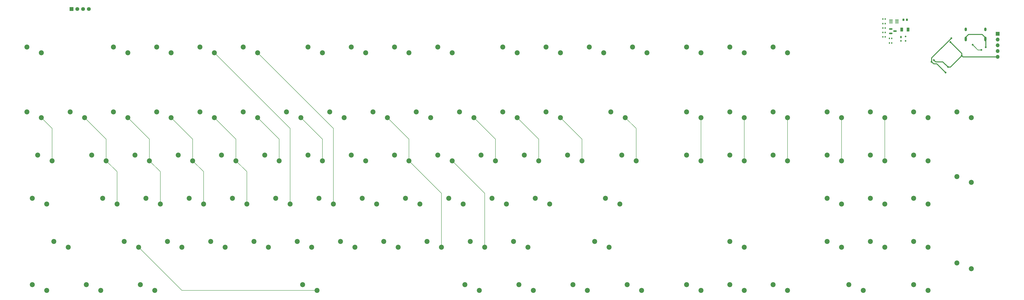
<source format=gbr>
%TF.GenerationSoftware,KiCad,Pcbnew,9.0.2*%
%TF.CreationDate,2025-06-28T16:46:26+02:00*%
%TF.ProjectId,modern-keyboard-template,6d6f6465-726e-42d6-9b65-79626f617264,rev?*%
%TF.SameCoordinates,Original*%
%TF.FileFunction,Copper,L1,Top*%
%TF.FilePolarity,Positive*%
%FSLAX46Y46*%
G04 Gerber Fmt 4.6, Leading zero omitted, Abs format (unit mm)*
G04 Created by KiCad (PCBNEW 9.0.2) date 2025-06-28 16:46:26*
%MOMM*%
%LPD*%
G01*
G04 APERTURE LIST*
G04 Aperture macros list*
%AMRoundRect*
0 Rectangle with rounded corners*
0 $1 Rounding radius*
0 $2 $3 $4 $5 $6 $7 $8 $9 X,Y pos of 4 corners*
0 Add a 4 corners polygon primitive as box body*
4,1,4,$2,$3,$4,$5,$6,$7,$8,$9,$2,$3,0*
0 Add four circle primitives for the rounded corners*
1,1,$1+$1,$2,$3*
1,1,$1+$1,$4,$5*
1,1,$1+$1,$6,$7*
1,1,$1+$1,$8,$9*
0 Add four rect primitives between the rounded corners*
20,1,$1+$1,$2,$3,$4,$5,0*
20,1,$1+$1,$4,$5,$6,$7,0*
20,1,$1+$1,$6,$7,$8,$9,0*
20,1,$1+$1,$8,$9,$2,$3,0*%
G04 Aperture macros list end*
%TA.AperFunction,ComponentPad*%
%ADD10R,1.700000X1.700000*%
%TD*%
%TA.AperFunction,ComponentPad*%
%ADD11O,1.700000X1.700000*%
%TD*%
%TA.AperFunction,ComponentPad*%
%ADD12O,1.000000X2.100000*%
%TD*%
%TA.AperFunction,ComponentPad*%
%ADD13O,1.000000X1.600000*%
%TD*%
%TA.AperFunction,SMDPad,CuDef*%
%ADD14RoundRect,0.250000X-0.375000X-0.625000X0.375000X-0.625000X0.375000X0.625000X-0.375000X0.625000X0*%
%TD*%
%TA.AperFunction,SMDPad,CuDef*%
%ADD15RoundRect,0.225000X-0.225000X-0.250000X0.225000X-0.250000X0.225000X0.250000X-0.225000X0.250000X0*%
%TD*%
%TA.AperFunction,SMDPad,CuDef*%
%ADD16RoundRect,0.140000X-0.140000X-0.170000X0.140000X-0.170000X0.140000X0.170000X-0.140000X0.170000X0*%
%TD*%
%TA.AperFunction,SMDPad,CuDef*%
%ADD17RoundRect,0.150000X-0.587500X-0.150000X0.587500X-0.150000X0.587500X0.150000X-0.587500X0.150000X0*%
%TD*%
%TA.AperFunction,SMDPad,CuDef*%
%ADD18RoundRect,0.135000X-0.135000X-0.185000X0.135000X-0.185000X0.135000X0.185000X-0.135000X0.185000X0*%
%TD*%
%TA.AperFunction,SMDPad,CuDef*%
%ADD19RoundRect,0.175000X-0.175000X-0.325000X0.175000X-0.325000X0.175000X0.325000X-0.175000X0.325000X0*%
%TD*%
%TA.AperFunction,SMDPad,CuDef*%
%ADD20RoundRect,0.150000X-0.200000X-0.150000X0.200000X-0.150000X0.200000X0.150000X-0.200000X0.150000X0*%
%TD*%
%TA.AperFunction,SMDPad,CuDef*%
%ADD21RoundRect,0.100000X-0.650000X-0.100000X0.650000X-0.100000X0.650000X0.100000X-0.650000X0.100000X0*%
%TD*%
%TA.AperFunction,ComponentPad*%
%ADD22C,2.200000*%
%TD*%
%TA.AperFunction,ComponentPad*%
%ADD23C,1.700000*%
%TD*%
%TA.AperFunction,ViaPad*%
%ADD24C,0.800000*%
%TD*%
%TA.AperFunction,Conductor*%
%ADD25C,0.400000*%
%TD*%
%TA.AperFunction,Conductor*%
%ADD26C,0.250000*%
%TD*%
%TA.AperFunction,Conductor*%
%ADD27C,0.200000*%
%TD*%
G04 APERTURE END LIST*
D10*
%TO.P,J2,1,Pin_1*%
%TO.N,GND*%
X459270000Y-29730000D03*
D11*
%TO.P,J2,2,Pin_2*%
%TO.N,SWCLK*%
X459270000Y-32270000D03*
%TO.P,J2,3,Pin_3*%
%TO.N,SWD*%
X459270000Y-34810000D03*
%TO.P,J2,4,Pin_4*%
%TO.N,NRST*%
X459270000Y-37350000D03*
%TO.P,J2,5,Pin_5*%
%TO.N,+3V3*%
X459270000Y-39890000D03*
%TD*%
D12*
%TO.P,J1,S1,SHIELD*%
%TO.N,GND*%
X453830000Y-31940000D03*
D13*
X453830000Y-27760000D03*
D12*
X445190000Y-31940000D03*
D13*
X445190000Y-27760000D03*
%TD*%
D14*
%TO.P,F1,1*%
%TO.N,VBUS*%
X416957500Y-27795000D03*
%TO.P,F1,2*%
%TO.N,+5V*%
X419757500Y-27795000D03*
%TD*%
D15*
%TO.P,C2,1*%
%TO.N,+3V3*%
X417722500Y-23475000D03*
%TO.P,C2,2*%
%TO.N,GND*%
X419272500Y-23475000D03*
%TD*%
D16*
%TO.P,C8,1*%
%TO.N,+5V*%
X408727500Y-23205000D03*
%TO.P,C8,2*%
%TO.N,GND*%
X409687500Y-23205000D03*
%TD*%
%TO.P,C9,1*%
%TO.N,+5V*%
X408727500Y-25175000D03*
%TO.P,C9,2*%
%TO.N,GND*%
X409687500Y-25175000D03*
%TD*%
%TO.P,C10,1*%
%TO.N,+3V3*%
X408727500Y-27145000D03*
%TO.P,C10,2*%
%TO.N,GND*%
X409687500Y-27145000D03*
%TD*%
%TO.P,C43,1*%
%TO.N,GND*%
X408727500Y-29115000D03*
%TO.P,C43,2*%
%TO.N,+3V3*%
X409687500Y-29115000D03*
%TD*%
%TO.P,C44,1*%
%TO.N,+5V*%
X408727500Y-31085000D03*
%TO.P,C44,2*%
%TO.N,GND*%
X409687500Y-31085000D03*
%TD*%
D17*
%TO.P,U3,1,GND*%
%TO.N,GND*%
X412160000Y-27590000D03*
%TO.P,U3,2,VO*%
%TO.N,+3V3*%
X412160000Y-29490000D03*
%TO.P,U3,3,VI*%
%TO.N,+5V*%
X414035000Y-28540000D03*
%TD*%
D18*
%TO.P,R1,1*%
%TO.N,GND*%
X411587500Y-31755000D03*
%TO.P,R1,2*%
%TO.N,Net-(J1-CC1)*%
X412607500Y-31755000D03*
%TD*%
%TO.P,R2,1*%
%TO.N,Net-(J1-CC2)*%
X411587500Y-33745000D03*
%TO.P,R2,2*%
%TO.N,GND*%
X412607500Y-33745000D03*
%TD*%
D19*
%TO.P,U2,1,GND*%
%TO.N,GND*%
X416677500Y-31100000D03*
D20*
%TO.P,U2,2,I/O1*%
%TO.N,D-*%
X416677500Y-32800000D03*
%TO.P,U2,3,I/O2*%
%TO.N,D+*%
X418677500Y-32800000D03*
%TO.P,U2,4,VCC*%
%TO.N,+5V*%
X418677500Y-30900000D03*
%TD*%
D21*
%TO.P,U5,1,VCCA*%
%TO.N,+3V3*%
X412237500Y-23570000D03*
%TO.P,U5,2,GND*%
%TO.N,GND*%
X412237500Y-24220000D03*
%TO.P,U5,3,A*%
%TO.N,RGB3.3*%
X412237500Y-24870000D03*
%TO.P,U5,4,B*%
%TO.N,RGB5v*%
X414897500Y-24870000D03*
%TO.P,U5,5,OE*%
%TO.N,+3V3*%
X414897500Y-24220000D03*
%TO.P,U5,6,VCCB*%
%TO.N,+5V*%
X414897500Y-23570000D03*
%TD*%
D22*
%TO.P,MX1,2,2*%
%TO.N,Net-(D1-A)*%
X31750000Y-35560000D03*
%TO.P,MX1,1,1*%
%TO.N,Row0*%
X38100000Y-38100000D03*
%TD*%
%TO.P,MX2,2,2*%
%TO.N,Net-(D2-A)*%
X69850000Y-35560000D03*
%TO.P,MX2,1,1*%
%TO.N,Net-(MX2-Pad1)*%
X76200000Y-38100000D03*
%TD*%
%TO.P,MX3,2,2*%
%TO.N,Net-(D3-A)*%
X88900000Y-35560000D03*
%TO.P,MX3,1,1*%
%TO.N,col1*%
X95250000Y-38100000D03*
%TD*%
%TO.P,MX4,2,2*%
%TO.N,Net-(D4-A)*%
X107950000Y-35560000D03*
%TO.P,MX4,1,1*%
%TO.N,col2*%
X114300000Y-38100000D03*
%TD*%
%TO.P,MX5,2,2*%
%TO.N,Net-(D5-A)*%
X127000000Y-35560000D03*
%TO.P,MX5,1,1*%
%TO.N,col3*%
X133350000Y-38100000D03*
%TD*%
%TO.P,MX6,2,2*%
%TO.N,Net-(D6-A)*%
X155575000Y-35560000D03*
%TO.P,MX6,1,1*%
%TO.N,col4*%
X161925000Y-38100000D03*
%TD*%
%TO.P,MX7,2,2*%
%TO.N,Net-(D7-A)*%
X174625000Y-35560000D03*
%TO.P,MX7,1,1*%
%TO.N,Net-(MX28-Pad1)*%
X180975000Y-38100000D03*
%TD*%
%TO.P,MX8,2,2*%
%TO.N,Net-(D8-A)*%
X193675000Y-35560000D03*
%TO.P,MX8,1,1*%
%TO.N,col5*%
X200025000Y-38100000D03*
%TD*%
%TO.P,MX9,2,2*%
%TO.N,Net-(D9-A)*%
X212725000Y-35560000D03*
%TO.P,MX9,1,1*%
%TO.N,col6*%
X219075000Y-38100000D03*
%TD*%
%TO.P,MX10,2,2*%
%TO.N,Net-(D10-A)*%
X241300000Y-35560000D03*
%TO.P,MX10,1,1*%
%TO.N,col7*%
X247650000Y-38100000D03*
%TD*%
%TO.P,MX11,2,2*%
%TO.N,Net-(D11-A)*%
X260350000Y-35560000D03*
%TO.P,MX11,1,1*%
%TO.N,col8*%
X266700000Y-38100000D03*
%TD*%
%TO.P,MX12,2,2*%
%TO.N,Net-(D12-A)*%
X279400000Y-35560000D03*
%TO.P,MX12,1,1*%
%TO.N,Net-(MX12-Pad1)*%
X285750000Y-38100000D03*
%TD*%
%TO.P,MX13,2,2*%
%TO.N,Net-(D13-A)*%
X298450000Y-35560000D03*
%TO.P,MX13,1,1*%
%TO.N,col9*%
X304800000Y-38100000D03*
%TD*%
%TO.P,MX14,2,2*%
%TO.N,Net-(D14-A)*%
X322262500Y-35560000D03*
%TO.P,MX14,1,1*%
%TO.N,col10*%
X328612500Y-38100000D03*
%TD*%
%TO.P,MX15,2,2*%
%TO.N,Net-(D15-A)*%
X341312500Y-35560000D03*
%TO.P,MX15,1,1*%
%TO.N,col11*%
X347662500Y-38100000D03*
%TD*%
%TO.P,MX16,2,2*%
%TO.N,Net-(D16-A)*%
X360362500Y-35560000D03*
%TO.P,MX16,1,1*%
%TO.N,col12*%
X366712500Y-38100000D03*
%TD*%
%TO.P,MX17,2,2*%
%TO.N,Net-(D17-A)*%
X31750000Y-64135000D03*
%TO.P,MX17,1,1*%
%TO.N,col13*%
X38100000Y-66675000D03*
%TD*%
%TO.P,MX18,2,2*%
%TO.N,Net-(D18-A)*%
X50800000Y-64135000D03*
%TO.P,MX18,1,1*%
%TO.N,col14*%
X57150000Y-66675000D03*
%TD*%
%TO.P,MX19,2,2*%
%TO.N,Net-(D19-A)*%
X69850000Y-64135000D03*
%TO.P,MX19,1,1*%
%TO.N,col15*%
X76200000Y-66675000D03*
%TD*%
%TO.P,MX20,2,2*%
%TO.N,Net-(D20-A)*%
X88900000Y-64135000D03*
%TO.P,MX20,1,1*%
%TO.N,col16*%
X95250000Y-66675000D03*
%TD*%
%TO.P,MX21,2,2*%
%TO.N,Net-(D21-A)*%
X107950000Y-64135000D03*
%TO.P,MX21,1,1*%
%TO.N,col17*%
X114300000Y-66675000D03*
%TD*%
%TO.P,MX22,2,2*%
%TO.N,Net-(D22-A)*%
X127000000Y-64135000D03*
%TO.P,MX22,1,1*%
%TO.N,Row0*%
X133350000Y-66675000D03*
%TD*%
%TO.P,MX23,2,2*%
%TO.N,Net-(D23-A)*%
X146050000Y-64135000D03*
%TO.P,MX23,1,1*%
%TO.N,Net-(MX2-Pad1)*%
X152400000Y-66675000D03*
%TD*%
%TO.P,MX24,2,2*%
%TO.N,Net-(D24-A)*%
X165100000Y-64135000D03*
%TO.P,MX24,1,1*%
%TO.N,col1*%
X171450000Y-66675000D03*
%TD*%
%TO.P,MX25,2,2*%
%TO.N,Net-(D25-A)*%
X184150000Y-64135000D03*
%TO.P,MX25,1,1*%
%TO.N,col2*%
X190500000Y-66675000D03*
%TD*%
%TO.P,MX26,2,2*%
%TO.N,Net-(D26-A)*%
X203200000Y-64135000D03*
%TO.P,MX26,1,1*%
%TO.N,col3*%
X209550000Y-66675000D03*
%TD*%
%TO.P,MX27,2,2*%
%TO.N,Net-(D27-A)*%
X222250000Y-64135000D03*
%TO.P,MX27,1,1*%
%TO.N,col4*%
X228600000Y-66675000D03*
%TD*%
%TO.P,MX28,2,2*%
%TO.N,Net-(D28-A)*%
X241300000Y-64135000D03*
%TO.P,MX28,1,1*%
%TO.N,Net-(MX28-Pad1)*%
X247650000Y-66675000D03*
%TD*%
%TO.P,MX29,2,2*%
%TO.N,Net-(D29-A)*%
X260350000Y-64135000D03*
%TO.P,MX29,1,1*%
%TO.N,col5*%
X266700000Y-66675000D03*
%TD*%
%TO.P,MX30,2,2*%
%TO.N,Net-(D30-A)*%
X288925000Y-64135000D03*
%TO.P,MX30,1,1*%
%TO.N,col6*%
X295275000Y-66675000D03*
%TD*%
%TO.P,MX31,2,2*%
%TO.N,Net-(D31-A)*%
X322262500Y-64135000D03*
%TO.P,MX31,1,1*%
%TO.N,col7*%
X328612500Y-66675000D03*
%TD*%
%TO.P,MX32,2,2*%
%TO.N,Net-(D32-A)*%
X341312500Y-64135000D03*
%TO.P,MX32,1,1*%
%TO.N,col8*%
X347662500Y-66675000D03*
%TD*%
%TO.P,MX33,2,2*%
%TO.N,Net-(D33-A)*%
X360362500Y-64135000D03*
%TO.P,MX33,1,1*%
%TO.N,Net-(MX12-Pad1)*%
X366712500Y-66675000D03*
%TD*%
%TO.P,MX34,2,2*%
%TO.N,Net-(D34-A)*%
X384175000Y-64135000D03*
%TO.P,MX34,1,1*%
%TO.N,col9*%
X390525000Y-66675000D03*
%TD*%
%TO.P,MX35,2,2*%
%TO.N,Net-(D35-A)*%
X403225000Y-64135000D03*
%TO.P,MX35,1,1*%
%TO.N,col10*%
X409575000Y-66675000D03*
%TD*%
%TO.P,MX36,2,2*%
%TO.N,Net-(D36-A)*%
X422275000Y-64135000D03*
%TO.P,MX36,1,1*%
%TO.N,col11*%
X428625000Y-66675000D03*
%TD*%
%TO.P,MX37,1,1*%
%TO.N,col12*%
X447675000Y-66675000D03*
%TO.P,MX37,2,2*%
%TO.N,Net-(D37-A)*%
X441325000Y-64135000D03*
%TD*%
%TO.P,MX38,2,2*%
%TO.N,Net-(D38-A)*%
X36512500Y-83185000D03*
%TO.P,MX38,1,1*%
%TO.N,col13*%
X42862500Y-85725000D03*
%TD*%
%TO.P,MX39,2,2*%
%TO.N,Net-(D39-A)*%
X60325000Y-83185000D03*
%TO.P,MX39,1,1*%
%TO.N,col14*%
X66675000Y-85725000D03*
%TD*%
%TO.P,MX40,2,2*%
%TO.N,Net-(D40-A)*%
X79375000Y-83185000D03*
%TO.P,MX40,1,1*%
%TO.N,col15*%
X85725000Y-85725000D03*
%TD*%
%TO.P,MX41,2,2*%
%TO.N,Net-(D41-A)*%
X98425000Y-83185000D03*
%TO.P,MX41,1,1*%
%TO.N,col16*%
X104775000Y-85725000D03*
%TD*%
%TO.P,MX42,2,2*%
%TO.N,Net-(D42-A)*%
X117475000Y-83185000D03*
%TO.P,MX42,1,1*%
%TO.N,col17*%
X123825000Y-85725000D03*
%TD*%
%TO.P,MX43,2,2*%
%TO.N,Net-(D43-A)*%
X136525000Y-83185000D03*
%TO.P,MX43,1,1*%
%TO.N,Row0*%
X142875000Y-85725000D03*
%TD*%
%TO.P,MX44,2,2*%
%TO.N,Net-(D44-A)*%
X155575000Y-83185000D03*
%TO.P,MX44,1,1*%
%TO.N,Net-(MX2-Pad1)*%
X161925000Y-85725000D03*
%TD*%
%TO.P,MX45,2,2*%
%TO.N,Net-(D45-A)*%
X174625000Y-83185000D03*
%TO.P,MX45,1,1*%
%TO.N,col1*%
X180975000Y-85725000D03*
%TD*%
%TO.P,MX46,2,2*%
%TO.N,Net-(D46-A)*%
X193675000Y-83185000D03*
%TO.P,MX46,1,1*%
%TO.N,col2*%
X200025000Y-85725000D03*
%TD*%
%TO.P,MX47,2,2*%
%TO.N,Net-(D47-A)*%
X212725000Y-83185000D03*
%TO.P,MX47,1,1*%
%TO.N,col3*%
X219075000Y-85725000D03*
%TD*%
%TO.P,MX48,2,2*%
%TO.N,Net-(D48-A)*%
X231775000Y-83185000D03*
%TO.P,MX48,1,1*%
%TO.N,col4*%
X238125000Y-85725000D03*
%TD*%
%TO.P,MX49,2,2*%
%TO.N,Net-(D49-A)*%
X250825000Y-83185000D03*
%TO.P,MX49,1,1*%
%TO.N,Net-(MX28-Pad1)*%
X257175000Y-85725000D03*
%TD*%
%TO.P,MX50,2,2*%
%TO.N,Net-(D50-A)*%
X269875000Y-83185000D03*
%TO.P,MX50,1,1*%
%TO.N,col5*%
X276225000Y-85725000D03*
%TD*%
%TO.P,MX51,2,2*%
%TO.N,Net-(D51-A)*%
X293687500Y-83185000D03*
%TO.P,MX51,1,1*%
%TO.N,col6*%
X300037500Y-85725000D03*
%TD*%
%TO.P,MX52,2,2*%
%TO.N,Net-(D52-A)*%
X322262500Y-83185000D03*
%TO.P,MX52,1,1*%
%TO.N,col7*%
X328612500Y-85725000D03*
%TD*%
%TO.P,MX53,2,2*%
%TO.N,Net-(D53-A)*%
X341312500Y-83185000D03*
%TO.P,MX53,1,1*%
%TO.N,col8*%
X347662500Y-85725000D03*
%TD*%
%TO.P,MX54,2,2*%
%TO.N,Net-(D54-A)*%
X360362500Y-83185000D03*
%TO.P,MX54,1,1*%
%TO.N,Net-(MX12-Pad1)*%
X366712500Y-85725000D03*
%TD*%
%TO.P,MX55,2,2*%
%TO.N,Net-(D55-A)*%
X384175000Y-83185000D03*
%TO.P,MX55,1,1*%
%TO.N,col9*%
X390525000Y-85725000D03*
%TD*%
%TO.P,MX56,2,2*%
%TO.N,Net-(D56-A)*%
X403225000Y-83185000D03*
%TO.P,MX56,1,1*%
%TO.N,col10*%
X409575000Y-85725000D03*
%TD*%
%TO.P,MX57,2,2*%
%TO.N,Net-(D57-A)*%
X422275000Y-83185000D03*
%TO.P,MX57,1,1*%
%TO.N,Row0*%
X428625000Y-85725000D03*
%TD*%
%TO.P,MX58,2,2*%
%TO.N,Net-(D58-A)*%
X441325000Y-92710000D03*
%TO.P,MX58,1,1*%
%TO.N,Net-(MX2-Pad1)*%
X447675000Y-95250000D03*
%TD*%
%TO.P,MX59,2,2*%
%TO.N,Net-(D59-A)*%
X34131250Y-102235000D03*
%TO.P,MX59,1,1*%
%TO.N,col1*%
X40481250Y-104775000D03*
%TD*%
%TO.P,MX60,2,2*%
%TO.N,Net-(D60-A)*%
X65087500Y-102235000D03*
%TO.P,MX60,1,1*%
%TO.N,col14*%
X71437500Y-104775000D03*
%TD*%
%TO.P,MX61,2,2*%
%TO.N,Net-(D61-A)*%
X84137500Y-102235000D03*
%TO.P,MX61,1,1*%
%TO.N,col15*%
X90487500Y-104775000D03*
%TD*%
%TO.P,MX62,2,2*%
%TO.N,Net-(D62-A)*%
X103187500Y-102235000D03*
%TO.P,MX62,1,1*%
%TO.N,col16*%
X109537500Y-104775000D03*
%TD*%
%TO.P,MX63,2,2*%
%TO.N,Net-(D63-A)*%
X122237500Y-102235000D03*
%TO.P,MX63,1,1*%
%TO.N,col17*%
X128587500Y-104775000D03*
%TD*%
%TO.P,MX64,2,2*%
%TO.N,Net-(D64-A)*%
X141287500Y-102235000D03*
%TO.P,MX64,1,1*%
%TO.N,col2*%
X147637500Y-104775000D03*
%TD*%
%TO.P,MX65,2,2*%
%TO.N,Net-(D65-A)*%
X160337500Y-102235000D03*
%TO.P,MX65,1,1*%
%TO.N,col3*%
X166687500Y-104775000D03*
%TD*%
%TO.P,MX66,2,2*%
%TO.N,Net-(D66-A)*%
X179387500Y-102235000D03*
%TO.P,MX66,1,1*%
%TO.N,col4*%
X185737500Y-104775000D03*
%TD*%
%TO.P,MX67,2,2*%
%TO.N,Net-(D67-A)*%
X198437500Y-102235000D03*
%TO.P,MX67,1,1*%
%TO.N,Net-(MX28-Pad1)*%
X204787500Y-104775000D03*
%TD*%
%TO.P,MX68,2,2*%
%TO.N,Net-(D68-A)*%
X217487500Y-102235000D03*
%TO.P,MX68,1,1*%
%TO.N,col5*%
X223837500Y-104775000D03*
%TD*%
%TO.P,MX69,2,2*%
%TO.N,Net-(D69-A)*%
X236537500Y-102235000D03*
%TO.P,MX69,1,1*%
%TO.N,col6*%
X242887500Y-104775000D03*
%TD*%
%TO.P,MX70,2,2*%
%TO.N,Net-(D70-A)*%
X255587500Y-102235000D03*
%TO.P,MX70,1,1*%
%TO.N,col7*%
X261937500Y-104775000D03*
%TD*%
%TO.P,MX71,2,2*%
%TO.N,Net-(D71-A)*%
X286543750Y-102235000D03*
%TO.P,MX71,1,1*%
%TO.N,col8*%
X292893750Y-104775000D03*
%TD*%
%TO.P,MX72,2,2*%
%TO.N,Net-(D72-A)*%
X384175000Y-102235000D03*
%TO.P,MX72,1,1*%
%TO.N,Net-(MX12-Pad1)*%
X390525000Y-104775000D03*
%TD*%
%TO.P,MX73,2,2*%
%TO.N,Net-(D73-A)*%
X403225000Y-102235000D03*
%TO.P,MX73,1,1*%
%TO.N,col9*%
X409575000Y-104775000D03*
%TD*%
%TO.P,MX74,2,2*%
%TO.N,Net-(D74-A)*%
X422275000Y-102235000D03*
%TO.P,MX74,1,1*%
%TO.N,col10*%
X428625000Y-104775000D03*
%TD*%
%TO.P,MX75,2,2*%
%TO.N,Net-(D75-A)*%
X43656250Y-121285000D03*
%TO.P,MX75,1,1*%
%TO.N,Row0*%
X50006250Y-123825000D03*
%TD*%
%TO.P,MX76,2,2*%
%TO.N,Net-(D76-A)*%
X74612500Y-121285000D03*
%TO.P,MX76,1,1*%
%TO.N,col12*%
X80962500Y-123825000D03*
%TD*%
%TO.P,MX77,2,2*%
%TO.N,Net-(D77-A)*%
X93662500Y-121285000D03*
%TO.P,MX77,1,1*%
%TO.N,Net-(MX2-Pad1)*%
X100012500Y-123825000D03*
%TD*%
%TO.P,MX78,2,2*%
%TO.N,Net-(D78-A)*%
X112712500Y-121285000D03*
%TO.P,MX78,1,1*%
%TO.N,col14*%
X119062500Y-123825000D03*
%TD*%
%TO.P,MX79,2,2*%
%TO.N,Net-(D79-A)*%
X131762500Y-121285000D03*
%TO.P,MX79,1,1*%
%TO.N,col15*%
X138112500Y-123825000D03*
%TD*%
%TO.P,MX80,2,2*%
%TO.N,Net-(D80-A)*%
X150812500Y-121285000D03*
%TO.P,MX80,1,1*%
%TO.N,col16*%
X157162500Y-123825000D03*
%TD*%
%TO.P,MX81,2,2*%
%TO.N,Net-(D81-A)*%
X169862500Y-121285000D03*
%TO.P,MX81,1,1*%
%TO.N,col17*%
X176212500Y-123825000D03*
%TD*%
%TO.P,MX82,2,2*%
%TO.N,Net-(D82-A)*%
X188912500Y-121285000D03*
%TO.P,MX82,1,1*%
%TO.N,col1*%
X195262500Y-123825000D03*
%TD*%
%TO.P,MX83,2,2*%
%TO.N,Net-(D83-A)*%
X207962500Y-121285000D03*
%TO.P,MX83,1,1*%
%TO.N,col2*%
X214312500Y-123825000D03*
%TD*%
%TO.P,MX84,2,2*%
%TO.N,Net-(D84-A)*%
X227012500Y-121285000D03*
%TO.P,MX84,1,1*%
%TO.N,col3*%
X233362500Y-123825000D03*
%TD*%
%TO.P,MX85,2,2*%
%TO.N,Net-(D85-A)*%
X246062500Y-121285000D03*
%TO.P,MX85,1,1*%
%TO.N,col4*%
X252412500Y-123825000D03*
%TD*%
%TO.P,MX86,2,2*%
%TO.N,Net-(D86-A)*%
X281781250Y-121285000D03*
%TO.P,MX86,1,1*%
%TO.N,Net-(MX28-Pad1)*%
X288131250Y-123825000D03*
%TD*%
%TO.P,MX87,2,2*%
%TO.N,Net-(D87-A)*%
X341312500Y-121285000D03*
%TO.P,MX87,1,1*%
%TO.N,col5*%
X347662500Y-123825000D03*
%TD*%
%TO.P,MX88,2,2*%
%TO.N,Net-(D88-A)*%
X384175000Y-121285000D03*
%TO.P,MX88,1,1*%
%TO.N,col6*%
X390525000Y-123825000D03*
%TD*%
%TO.P,MX89,2,2*%
%TO.N,Net-(D89-A)*%
X403225000Y-121285000D03*
%TO.P,MX89,1,1*%
%TO.N,col7*%
X409575000Y-123825000D03*
%TD*%
%TO.P,MX90,2,2*%
%TO.N,Net-(D90-A)*%
X422275000Y-121285000D03*
%TO.P,MX90,1,1*%
%TO.N,col8*%
X428625000Y-123825000D03*
%TD*%
%TO.P,MX91,2,2*%
%TO.N,Net-(D91-A)*%
X441325000Y-130810000D03*
%TO.P,MX91,1,1*%
%TO.N,Net-(MX12-Pad1)*%
X447675000Y-133350000D03*
%TD*%
%TO.P,MX92,2,2*%
%TO.N,Net-(D92-A)*%
X34131250Y-140335000D03*
%TO.P,MX92,1,1*%
%TO.N,col9*%
X40481250Y-142875000D03*
%TD*%
%TO.P,MX93,2,2*%
%TO.N,Net-(D93-A)*%
X57943750Y-140335000D03*
%TO.P,MX93,1,1*%
%TO.N,col10*%
X64293750Y-142875000D03*
%TD*%
%TO.P,MX94,2,2*%
%TO.N,Net-(D94-A)*%
X81756250Y-140335000D03*
%TO.P,MX94,1,1*%
%TO.N,col11*%
X88106250Y-142875000D03*
%TD*%
%TO.P,MX95,2,2*%
%TO.N,Net-(D95-A)*%
X153193750Y-140335000D03*
%TO.P,MX95,1,1*%
%TO.N,col12*%
X159543750Y-142875000D03*
%TD*%
%TO.P,MX96,2,2*%
%TO.N,Net-(D96-A)*%
X224631250Y-140335000D03*
%TO.P,MX96,1,1*%
%TO.N,col13*%
X230981250Y-142875000D03*
%TD*%
%TO.P,MX97,2,2*%
%TO.N,Net-(D97-A)*%
X248443750Y-140335000D03*
%TO.P,MX97,1,1*%
%TO.N,col14*%
X254793750Y-142875000D03*
%TD*%
%TO.P,MX98,2,2*%
%TO.N,Net-(D98-A)*%
X272256250Y-140335000D03*
%TO.P,MX98,1,1*%
%TO.N,col15*%
X278606250Y-142875000D03*
%TD*%
%TO.P,MX99,2,2*%
%TO.N,Net-(D99-A)*%
X296068750Y-140335000D03*
%TO.P,MX99,1,1*%
%TO.N,col16*%
X302418750Y-142875000D03*
%TD*%
%TO.P,MX100,2,2*%
%TO.N,Net-(D100-A)*%
X322262500Y-140335000D03*
%TO.P,MX100,1,1*%
%TO.N,col17*%
X328612500Y-142875000D03*
%TD*%
%TO.P,MX101,1,1*%
%TO.N,Row0*%
X347662500Y-142875000D03*
%TO.P,MX101,2,2*%
%TO.N,Net-(D101-A)*%
X341312500Y-140335000D03*
%TD*%
%TO.P,MX102,1,1*%
%TO.N,col1*%
X366712500Y-142875000D03*
%TO.P,MX102,2,2*%
%TO.N,Net-(D103-A)*%
X360362500Y-140335000D03*
%TD*%
%TO.P,MX103,1,1*%
%TO.N,col2*%
X400050000Y-142875000D03*
%TO.P,MX103,2,2*%
%TO.N,Net-(D104-A)*%
X393700000Y-140335000D03*
%TD*%
%TO.P,MX104,1,1*%
%TO.N,col3*%
X428625000Y-142875000D03*
%TO.P,MX104,2,2*%
%TO.N,Net-(D105-A)*%
X422275000Y-140335000D03*
%TD*%
D10*
%TO.P,J3,1,Pin_1*%
%TO.N,GND*%
X51450000Y-18770000D03*
D23*
%TO.P,J3,2,Pin_2*%
%TO.N,+5V*%
X53990000Y-18770000D03*
%TO.P,J3,3,Pin_3*%
%TO.N,SCL*%
X56530000Y-18770000D03*
%TO.P,J3,4,Pin_4*%
%TO.N,SDA*%
X59070000Y-18770000D03*
%TD*%
D24*
%TO.N,Net-(J1-CC1)*%
X448260000Y-34560000D03*
%TO.N,GND*%
X438803883Y-31605646D03*
X454010000Y-35607500D03*
X430155967Y-42021329D03*
%TO.N,Net-(J1-CC1)*%
X452010000Y-36817500D03*
%TO.N,+3V3*%
X431167130Y-41293009D03*
X438450330Y-33373413D03*
X443400077Y-39383820D03*
X437389670Y-44333568D03*
%TO.N,GND*%
X436329010Y-46808442D03*
%TD*%
D25*
%TO.N,+3V3*%
X438450330Y-44333568D02*
X437389670Y-44333568D01*
X443400077Y-38323160D02*
X442869747Y-37792830D01*
X438450330Y-33373413D02*
X442869747Y-37792830D01*
X443400077Y-39383820D02*
X443400077Y-38323160D01*
X443906257Y-39890000D02*
X459270000Y-39890000D01*
X435072590Y-42016488D02*
X437389670Y-44333568D01*
X443400077Y-39383820D02*
X443906257Y-39890000D01*
X443400077Y-39383820D02*
X438450330Y-44333568D01*
X431167130Y-41293009D02*
X431890609Y-42016488D01*
X431890609Y-42016488D02*
X435072590Y-42016488D01*
%TO.N,GND*%
X432420939Y-42900371D02*
X436329010Y-46808442D01*
X431035010Y-42900371D02*
X432420939Y-42900371D01*
X430155967Y-40253562D02*
X438803883Y-31605646D01*
X430155967Y-42021329D02*
X431035010Y-42900371D01*
X453830000Y-31390000D02*
X452360000Y-29920000D01*
X446400000Y-29920000D02*
X445190000Y-31130000D01*
X453830000Y-31940000D02*
X454010000Y-32120000D01*
X452360000Y-29920000D02*
X446400000Y-29920000D01*
X430155967Y-42021329D02*
X430155967Y-40253562D01*
X454010000Y-32120000D02*
X454010000Y-35607500D01*
X445190000Y-31130000D02*
X445190000Y-31940000D01*
X453830000Y-31940000D02*
X453830000Y-31390000D01*
D26*
%TO.N,Net-(J1-CC1)*%
X450510000Y-36817500D02*
X452010000Y-36817500D01*
X449780000Y-36087500D02*
X449780000Y-36080000D01*
X449780000Y-36087500D02*
X450510000Y-36817500D01*
X449780000Y-36080000D02*
X448260000Y-34560000D01*
D27*
%TO.N,Net-(MX28-Pad1)*%
X257175000Y-76200000D02*
X247650000Y-66675000D01*
X257175000Y-85725000D02*
X257175000Y-76200000D01*
%TO.N,col5*%
X276225000Y-76200000D02*
X266700000Y-66675000D01*
X276225000Y-85725000D02*
X276225000Y-76200000D01*
%TO.N,col17*%
X128587500Y-90487500D02*
X128587500Y-104775000D01*
X123825000Y-85725000D02*
X128587500Y-90487500D01*
X123825000Y-76200000D02*
X123825000Y-85725000D01*
X114300000Y-66675000D02*
X123825000Y-76200000D01*
%TO.N,col9*%
X390525000Y-66675000D02*
X390525000Y-85725000D01*
%TO.N,col16*%
X109537500Y-90487500D02*
X109537500Y-104775000D01*
X104775000Y-85725000D02*
X109537500Y-90487500D01*
X104775000Y-76200000D02*
X104775000Y-85725000D01*
X95250000Y-66675000D02*
X104775000Y-76200000D01*
%TO.N,col4*%
X238125000Y-76200000D02*
X228600000Y-66675000D01*
X238125000Y-85725000D02*
X238125000Y-76200000D01*
%TO.N,col2*%
X214312500Y-100012500D02*
X214312500Y-123825000D01*
X200025000Y-85725000D02*
X214312500Y-100012500D01*
X200025000Y-76200000D02*
X190500000Y-66675000D01*
X200025000Y-85725000D02*
X200025000Y-76200000D01*
X147637500Y-71437500D02*
X147637500Y-104775000D01*
X114300000Y-38100000D02*
X147637500Y-71437500D01*
%TO.N,col14*%
X71437500Y-90487500D02*
X71437500Y-104775000D01*
X66675000Y-85725000D02*
X71437500Y-90487500D01*
X66675000Y-76200000D02*
X66675000Y-85725000D01*
X57150000Y-66675000D02*
X66675000Y-76200000D01*
%TO.N,Row0*%
X142875000Y-76200000D02*
X142875000Y-85725000D01*
X133350000Y-66675000D02*
X142875000Y-76200000D01*
%TO.N,col7*%
X328612500Y-85725000D02*
X328612500Y-66675000D01*
%TO.N,col13*%
X42862500Y-71437500D02*
X42862500Y-85725000D01*
X38100000Y-66675000D02*
X42862500Y-71437500D01*
%TO.N,col10*%
X409575000Y-66675000D02*
X409575000Y-85725000D01*
%TO.N,col8*%
X347662500Y-85725000D02*
X347662500Y-66675000D01*
%TO.N,Net-(MX12-Pad1)*%
X366712500Y-66675000D02*
X366712500Y-85725000D01*
%TO.N,Net-(MX2-Pad1)*%
X161925000Y-76200000D02*
X161925000Y-85725000D01*
X152400000Y-66675000D02*
X161925000Y-76200000D01*
%TO.N,col12*%
X100012500Y-142875000D02*
X159543750Y-142875000D01*
X80962500Y-123825000D02*
X100012500Y-142875000D01*
%TO.N,col3*%
X233362500Y-100012500D02*
X233362500Y-123825000D01*
X219075000Y-85725000D02*
X233362500Y-100012500D01*
X166687500Y-71437500D02*
X166687500Y-104775000D01*
X133350000Y-38100000D02*
X166687500Y-71437500D01*
%TO.N,col15*%
X90487500Y-90487500D02*
X90487500Y-104775000D01*
X85725000Y-85725000D02*
X90487500Y-90487500D01*
X85725000Y-76200000D02*
X85725000Y-85725000D01*
X76200000Y-66675000D02*
X85725000Y-76200000D01*
%TO.N,col6*%
X300037500Y-71437500D02*
X295275000Y-66675000D01*
X300037500Y-85725000D02*
X300037500Y-71437500D01*
%TO.N,Net-(MX28-Pad1)*%
X257175000Y-76200000D02*
X247650000Y-66675000D01*
X257175000Y-85725000D02*
X257175000Y-76200000D01*
%TO.N,col5*%
X276225000Y-76200000D02*
X266700000Y-66675000D01*
X276225000Y-85725000D02*
X276225000Y-76200000D01*
%TO.N,col17*%
X128587500Y-90487500D02*
X128587500Y-104775000D01*
X123825000Y-85725000D02*
X128587500Y-90487500D01*
X123825000Y-76200000D02*
X123825000Y-85725000D01*
X114300000Y-66675000D02*
X123825000Y-76200000D01*
%TO.N,col9*%
X390525000Y-66675000D02*
X390525000Y-85725000D01*
%TO.N,col16*%
X109537500Y-90487500D02*
X109537500Y-104775000D01*
X104775000Y-85725000D02*
X109537500Y-90487500D01*
X104775000Y-76200000D02*
X104775000Y-85725000D01*
X95250000Y-66675000D02*
X104775000Y-76200000D01*
%TO.N,col4*%
X238125000Y-76200000D02*
X228600000Y-66675000D01*
X238125000Y-85725000D02*
X238125000Y-76200000D01*
%TO.N,col2*%
X214312500Y-100012500D02*
X214312500Y-123825000D01*
X200025000Y-85725000D02*
X214312500Y-100012500D01*
X200025000Y-76200000D02*
X190500000Y-66675000D01*
X200025000Y-85725000D02*
X200025000Y-76200000D01*
X147637500Y-71437500D02*
X147637500Y-104775000D01*
X114300000Y-38100000D02*
X147637500Y-71437500D01*
%TO.N,col14*%
X71437500Y-90487500D02*
X71437500Y-104775000D01*
X66675000Y-85725000D02*
X71437500Y-90487500D01*
X66675000Y-76200000D02*
X66675000Y-85725000D01*
X57150000Y-66675000D02*
X66675000Y-76200000D01*
%TO.N,Row0*%
X142875000Y-76200000D02*
X142875000Y-85725000D01*
X133350000Y-66675000D02*
X142875000Y-76200000D01*
%TO.N,col7*%
X328612500Y-85725000D02*
X328612500Y-66675000D01*
%TO.N,col13*%
X42862500Y-71437500D02*
X42862500Y-85725000D01*
X38100000Y-66675000D02*
X42862500Y-71437500D01*
%TO.N,col10*%
X409575000Y-66675000D02*
X409575000Y-85725000D01*
%TO.N,col8*%
X347662500Y-85725000D02*
X347662500Y-66675000D01*
%TO.N,Net-(MX12-Pad1)*%
X366712500Y-66675000D02*
X366712500Y-85725000D01*
%TO.N,Net-(MX2-Pad1)*%
X161925000Y-76200000D02*
X161925000Y-85725000D01*
X152400000Y-66675000D02*
X161925000Y-76200000D01*
%TO.N,col12*%
X100012500Y-142875000D02*
X159543750Y-142875000D01*
X80962500Y-123825000D02*
X100012500Y-142875000D01*
%TO.N,col3*%
X233362500Y-100012500D02*
X233362500Y-123825000D01*
X219075000Y-85725000D02*
X233362500Y-100012500D01*
X166687500Y-71437500D02*
X166687500Y-104775000D01*
X133350000Y-38100000D02*
X166687500Y-71437500D01*
%TO.N,col15*%
X90487500Y-90487500D02*
X90487500Y-104775000D01*
X85725000Y-85725000D02*
X90487500Y-90487500D01*
X85725000Y-76200000D02*
X85725000Y-85725000D01*
X76200000Y-66675000D02*
X85725000Y-76200000D01*
%TO.N,col6*%
X300037500Y-71437500D02*
X295275000Y-66675000D01*
X300037500Y-85725000D02*
X300037500Y-71437500D01*
%TO.N,Net-(MX28-Pad1)*%
X257175000Y-76200000D02*
X247650000Y-66675000D01*
X257175000Y-85725000D02*
X257175000Y-76200000D01*
%TO.N,col5*%
X276225000Y-76200000D02*
X266700000Y-66675000D01*
X276225000Y-85725000D02*
X276225000Y-76200000D01*
%TO.N,col17*%
X128587500Y-90487500D02*
X128587500Y-104775000D01*
X123825000Y-85725000D02*
X128587500Y-90487500D01*
X123825000Y-76200000D02*
X123825000Y-85725000D01*
X114300000Y-66675000D02*
X123825000Y-76200000D01*
%TO.N,col9*%
X390525000Y-66675000D02*
X390525000Y-85725000D01*
%TO.N,col16*%
X109537500Y-90487500D02*
X109537500Y-104775000D01*
X104775000Y-85725000D02*
X109537500Y-90487500D01*
X104775000Y-76200000D02*
X104775000Y-85725000D01*
X95250000Y-66675000D02*
X104775000Y-76200000D01*
%TO.N,col4*%
X238125000Y-76200000D02*
X228600000Y-66675000D01*
X238125000Y-85725000D02*
X238125000Y-76200000D01*
%TO.N,col2*%
X214312500Y-100012500D02*
X214312500Y-123825000D01*
X200025000Y-85725000D02*
X214312500Y-100012500D01*
X200025000Y-76200000D02*
X190500000Y-66675000D01*
X200025000Y-85725000D02*
X200025000Y-76200000D01*
X147637500Y-71437500D02*
X147637500Y-104775000D01*
X114300000Y-38100000D02*
X147637500Y-71437500D01*
%TO.N,col14*%
X71437500Y-90487500D02*
X71437500Y-104775000D01*
X66675000Y-85725000D02*
X71437500Y-90487500D01*
X66675000Y-76200000D02*
X66675000Y-85725000D01*
X57150000Y-66675000D02*
X66675000Y-76200000D01*
%TO.N,Row0*%
X142875000Y-76200000D02*
X142875000Y-85725000D01*
X133350000Y-66675000D02*
X142875000Y-76200000D01*
%TO.N,col7*%
X328612500Y-85725000D02*
X328612500Y-66675000D01*
%TO.N,col13*%
X42862500Y-71437500D02*
X42862500Y-85725000D01*
X38100000Y-66675000D02*
X42862500Y-71437500D01*
%TO.N,col10*%
X409575000Y-66675000D02*
X409575000Y-85725000D01*
%TO.N,col8*%
X347662500Y-85725000D02*
X347662500Y-66675000D01*
%TO.N,Net-(MX12-Pad1)*%
X366712500Y-66675000D02*
X366712500Y-85725000D01*
%TO.N,Net-(MX2-Pad1)*%
X161925000Y-76200000D02*
X161925000Y-85725000D01*
X152400000Y-66675000D02*
X161925000Y-76200000D01*
%TO.N,col12*%
X100012500Y-142875000D02*
X159543750Y-142875000D01*
X80962500Y-123825000D02*
X100012500Y-142875000D01*
%TO.N,col3*%
X233362500Y-100012500D02*
X233362500Y-123825000D01*
X219075000Y-85725000D02*
X233362500Y-100012500D01*
X166687500Y-71437500D02*
X166687500Y-104775000D01*
X133350000Y-38100000D02*
X166687500Y-71437500D01*
%TO.N,col15*%
X90487500Y-90487500D02*
X90487500Y-104775000D01*
X85725000Y-85725000D02*
X90487500Y-90487500D01*
X85725000Y-76200000D02*
X85725000Y-85725000D01*
X76200000Y-66675000D02*
X85725000Y-76200000D01*
%TO.N,col6*%
X300037500Y-71437500D02*
X295275000Y-66675000D01*
X300037500Y-85725000D02*
X300037500Y-71437500D01*
%TD*%
M02*

</source>
